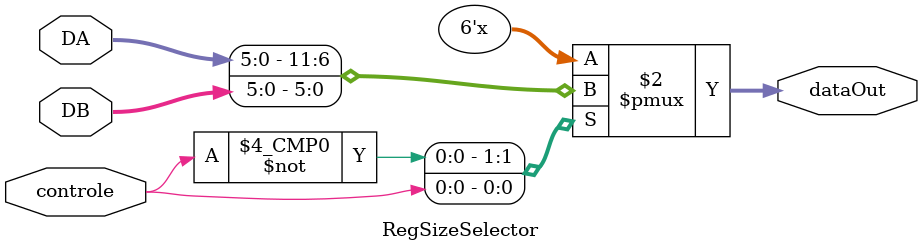
<source format=v>
module RegSizeSelector (DA, DB, controle, dataOut);

	input [5:0] DA, DB;
	output reg [5:0] dataOut;
	input controle;

	always @ (*) begin
		case (controle) 
			0: dataOut = DA;
			1:dataOut = DB;
		endcase
	end


endmodule 
</source>
